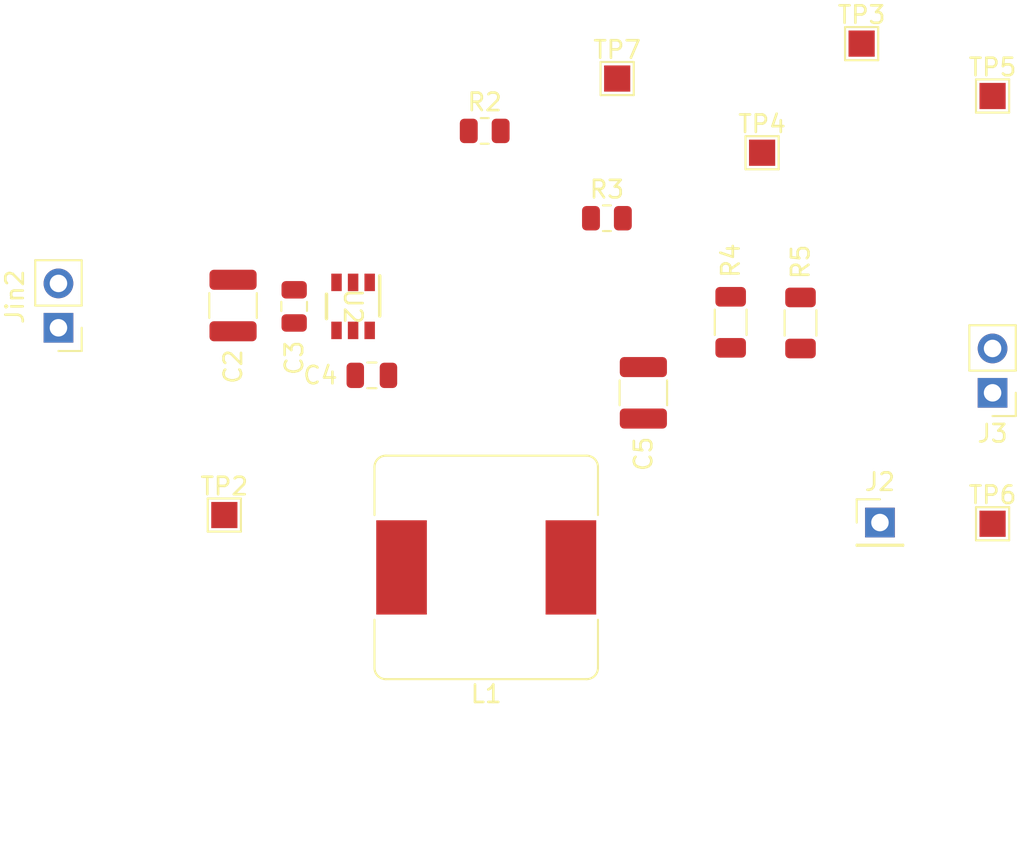
<source format=kicad_pcb>
(kicad_pcb (version 20240108) (generator "pcbnew") (generator_version "8.0")
  (layers (0 "F.Cu" signal) (31 "B.Cu" signal) (34 "B.Paste" user) (35 "F.Paste" user) (36 "B.SilkS" user "B.Silkscreen") (37 "F.SilkS" user "F.Silkscreen") (38 "B.Mask" user) (39 "F.Mask" user) (44 "Edge.Cuts" user))
  (net 0 "")
  (net 1 "Net-(U2-SW)")
  (net 2 "Net-(U2-BOOT)")
  (net 3 "VCC")
  (net 4 "GND")
  (net 5 "Net-(U2-DIM)")
  (net 6 "Net-(U2-FB)")
  (net 7 "Net-(J3-Pin_1)")
  (net 8 "Net-(J2-Pin_1)")
  (net 9 "Net-(J3-Pin_2)")
  (footprint "Connector_PinHeader_2.54mm:PinHeader_1x02_P2.54mm_Vertical" (layer "F.Cu") (at 92 75.275 180)
    (property "Reference" "Jin2" (at 2.5 1.775 90) (layer "F.SilkS"))
    (property "Value" "~")
    (fp_line (start 1.33 1.27) (end 1.33 3.87) (stroke (width 0.12)) (layer "F.SilkS"))
    (fp_line (start -1.33 3.87) (end 1.33 3.87) (stroke (width 0.12)) (layer "F.SilkS"))
    (fp_line (start -1.33 1.27) (end 1.33 1.27) (stroke (width 0.12)) (layer "F.SilkS"))
    (fp_line (start -1.33 1.27) (end -1.33 3.87) (stroke (width 0.12)) (layer "F.SilkS"))
    (fp_line (start -1.33 0) (end -1.33 -1.33) (stroke (width 0.12)) (layer "F.SilkS"))
    (fp_line (start -1.33 -1.33) (end 0 -1.33) (stroke (width 0.12)) (layer "F.SilkS"))
    (pad "1" thru_hole rect (at 0 0 180) (size 1.7 1.7) (drill 1) (layers "*.Cu" "*.Mask") (net 3 "VCC"))
    (pad "2" thru_hole oval (at 0 2.54 180) (size 1.7 1.7) (drill 1) (layers "*.Cu" "*.Mask") (net 4 "GND"))
  )
  (footprint "Connector_PinHeader_2.54mm:PinHeader_1x02_P2.54mm_Vertical" (layer "F.Cu") (at 145.5 79 180)
    (property "Reference" "J3" (at 0 -2.33 360) (layer "F.SilkS"))
    (property "Value" "~")
    (fp_line (start 1.33 1.27) (end 1.33 3.87) (stroke (width 0.12)) (layer "F.SilkS"))
    (fp_line (start -1.33 3.87) (end 1.33 3.87) (stroke (width 0.12)) (layer "F.SilkS"))
    (fp_line (start -1.33 1.27) (end 1.33 1.27) (stroke (width 0.12)) (layer "F.SilkS"))
    (fp_line (start -1.33 1.27) (end -1.33 3.87) (stroke (width 0.12)) (layer "F.SilkS"))
    (fp_line (start -1.33 0) (end -1.33 -1.33) (stroke (width 0.12)) (layer "F.SilkS"))
    (fp_line (start -1.33 -1.33) (end 0 -1.33) (stroke (width 0.12)) (layer "F.SilkS"))
    (pad "1" thru_hole rect (at 0 0 180) (size 1.7 1.7) (drill 1) (layers "*.Cu" "*.Mask") (net 7 "Net-(J3-Pin_1)"))
    (pad "2" thru_hole oval (at 0 2.54 180) (size 1.7 1.7) (drill 1) (layers "*.Cu" "*.Mask") (net 9 "Net-(J3-Pin_2)"))
  )
  (footprint "footprints:DDC0006A_N" (layer "F.Cu") (at 108.875001 74.050002 -90)
    (property "Reference" "U2" (at 0 0 -90) (layer "F.SilkS"))
    (property "Value" "~")
    (fp_line (start -0.700001 1.524) (end 0.700001 1.524) (stroke (width 0.2)) (layer "F.SilkS"))
    (fp_line (start -1.749999 -1.525001) (end 0.549999 -1.525001) (stroke (width 0.2)) (layer "F.SilkS"))
    (pad "1" smd rect (at -1.375001 -0.950001) (size 0.599999 1) (layers "F.Cu" "F.Paste" "F.Mask") (net 6 "Net-(U2-FB)"))
    (pad "2" smd rect (at -1.375001 0) (size 0.599999 1) (layers "F.Cu" "F.Paste" "F.Mask") (net 5 "Net-(U2-DIM)"))
    (pad "3" smd rect (at -1.375001 0.949998) (size 0.599999 1) (layers "F.Cu" "F.Paste" "F.Mask") (net 4 "GND"))
    (pad "4" smd rect (at 1.374999 0.949998) (size 0.599999 1) (layers "F.Cu" "F.Paste" "F.Mask") (net 3 "VCC"))
    (pad "5" smd rect (at 1.374999 0) (size 0.599999 1) (layers "F.Cu" "F.Paste" "F.Mask") (net 1 "Net-(U2-SW)"))
    (pad "6" smd rect (at 1.374999 -0.950001) (size 0.599999 1) (layers "F.Cu" "F.Paste" "F.Mask") (net 2 "Net-(U2-BOOT)"))
  )
  (footprint "Resistor_SMD:R_0805_2012Metric" (layer "F.Cu") (at 123.4125 69)
    (property "Reference" "R3" (at 0 -1.65 0) (layer "F.SilkS"))
    (property "Value" "1k")
    (fp_line (start -0.227064 -0.735) (end 0.227064 -0.735) (stroke (width 0.12)) (layer "F.SilkS"))
    (fp_line (start -0.227064 0.735) (end 0.227064 0.735) (stroke (width 0.12)) (layer "F.SilkS"))
    (pad "1" smd roundrect (at -0.9125 0) (size 1.025 1.4) (layers "F.Cu" "F.Paste" "F.Mask") (roundrect_rratio 0.243902) (net 9 "Net-(J3-Pin_2)"))
    (pad "2" smd roundrect (at 0.9125 0) (size 1.025 1.4) (layers "F.Cu" "F.Paste" "F.Mask") (roundrect_rratio 0.243902) (net 6 "Net-(U2-FB)"))
  )
  (footprint "Resistor_SMD:R_0805_2012Metric" (layer "F.Cu") (at 116.4125 64)
    (property "Reference" "R2" (at 0 -1.65 0) (layer "F.SilkS"))
    (property "Value" "1k")
    (fp_line (start -0.227064 -0.735) (end 0.227064 -0.735) (stroke (width 0.12)) (layer "F.SilkS"))
    (fp_line (start -0.227064 0.735) (end 0.227064 0.735) (stroke (width 0.12)) (layer "F.SilkS"))
    (pad "1" smd roundrect (at -0.9125 0) (size 1.025 1.4) (layers "F.Cu" "F.Paste" "F.Mask") (roundrect_rratio 0.243902) (net 5 "Net-(U2-DIM)"))
    (pad "2" smd roundrect (at 0.9125 0) (size 1.025 1.4) (layers "F.Cu" "F.Paste" "F.Mask") (roundrect_rratio 0.243902) (net 8 "Net-(J2-Pin_1)"))
  )
  (footprint "TestPoint:TestPoint_Pad_1.5x1.5mm" (layer "F.Cu") (at 145.5 86.5)
    (property "Reference" "TP6" (at 0 -1.648 0) (layer "F.SilkS"))
    (property "Value" "~")
    (fp_line (start -0.95 -0.95) (end 0.95 -0.95) (stroke (width 0.12)) (layer "F.SilkS"))
    (fp_line (start -0.95 0.95) (end -0.95 -0.95) (stroke (width 0.12)) (layer "F.SilkS"))
    (fp_line (start 0.95 -0.95) (end 0.95 0.95) (stroke (width 0.12)) (layer "F.SilkS"))
    (fp_line (start 0.95 0.95) (end -0.95 0.95) (stroke (width 0.12)) (layer "F.SilkS"))
    (pad "1" smd rect (at 0 0) (size 1.5 1.5) (layers "F.Cu" "F.Mask") (net 9 "Net-(J3-Pin_2)"))
  )
  (footprint "Resistor_SMD:R_1206_3216Metric" (layer "F.Cu") (at 130.5 74.9625 90)
    (property "Reference" "R4" (at 3.5375 0 90) (layer "F.SilkS"))
    (property "Value" "0.1")
    (fp_line (start -0.727064 -0.91) (end 0.727064 -0.91) (stroke (width 0.12)) (layer "F.SilkS"))
    (fp_line (start -0.727064 0.91) (end 0.727064 0.91) (stroke (width 0.12)) (layer "F.SilkS"))
    (pad "1" smd roundrect (at -1.4625 0 90) (size 1.125 1.75) (layers "F.Cu" "F.Paste" "F.Mask") (roundrect_rratio 0.222222) (net 4 "GND"))
    (pad "2" smd roundrect (at 1.4625 0 90) (size 1.125 1.75) (layers "F.Cu" "F.Paste" "F.Mask") (roundrect_rratio 0.222222) (net 9 "Net-(J3-Pin_2)"))
  )
  (footprint "Capacitor_SMD:C_1210_3225Metric" (layer "F.Cu") (at 102 74 90)
    (property "Reference" "C2" (at -3.5 0 -90) (layer "F.SilkS"))
    (property "Value" "10uF")
    (fp_line (start -0.711252 -1.36) (end 0.711252 -1.36) (stroke (width 0.12)) (layer "F.SilkS"))
    (fp_line (start -0.711252 1.36) (end 0.711252 1.36) (stroke (width 0.12)) (layer "F.SilkS"))
    (pad "1" smd roundrect (at -1.475 0 90) (size 1.15 2.7) (layers "F.Cu" "F.Paste" "F.Mask") (roundrect_rratio 0.217391) (net 3 "VCC"))
    (pad "2" smd roundrect (at 1.475 0 90) (size 1.15 2.7) (layers "F.Cu" "F.Paste" "F.Mask") (roundrect_rratio 0.217391) (net 4 "GND"))
  )
  (footprint "Connector_PinHeader_2.54mm:PinHeader_1x01_P2.54mm_Vertical" (layer "F.Cu") (at 139.05 86.43)
    (property "Reference" "J2" (at 0 -2.33 0) (layer "F.SilkS"))
    (property "Value" "~")
    (fp_line (start -1.33 -1.33) (end 0 -1.33) (stroke (width 0.12)) (layer "F.SilkS"))
    (fp_line (start -1.33 0) (end -1.33 -1.33) (stroke (width 0.12)) (layer "F.SilkS"))
    (fp_line (start -1.33 1.27) (end -1.33 1.33) (stroke (width 0.12)) (layer "F.SilkS"))
    (fp_line (start -1.33 1.27) (end 1.33 1.27) (stroke (width 0.12)) (layer "F.SilkS"))
    (fp_line (start -1.33 1.33) (end 1.33 1.33) (stroke (width 0.12)) (layer "F.SilkS"))
    (fp_line (start 1.33 1.27) (end 1.33 1.33) (stroke (width 0.12)) (layer "F.SilkS"))
    (pad "1" thru_hole rect (at 0 0) (size 1.7 1.7) (drill 1) (layers "*.Cu" "*.Mask") (net 8 "Net-(J2-Pin_1)"))
  )
  (footprint "Inductor_SMD:L_Bourns_SRR1260" (layer "F.Cu") (at 116.5 89 180)
    (property "Reference" "L1" (at 0 -7.25 0) (layer "F.SilkS"))
    (property "Value" "~")
    (fp_line (start 6.4 3) (end 6.4 5.75) (stroke (width 0.12)) (layer "F.SilkS"))
    (fp_line (start 6.4 -5.75) (end 6.4 -3) (stroke (width 0.12)) (layer "F.SilkS"))
    (fp_line (start 5.75 6.4) (end -5.75 6.4) (stroke (width 0.12)) (layer "F.SilkS"))
    (fp_line (start -5.75 -6.4) (end 5.75 -6.4) (stroke (width 0.12)) (layer "F.SilkS"))
    (fp_line (start -6.4 3) (end -6.4 5.75) (stroke (width 0.12)) (layer "F.SilkS"))
    (fp_line (start -6.4 -5.75) (end -6.4 -3) (stroke (width 0.12)) (layer "F.SilkS"))
    (fp_arc (start 6.4 5.75) (mid 6.209619 6.209619) (end 5.75 6.4) (stroke (width 0.12)) (layer "F.SilkS"))
    (fp_arc (start 5.75 -6.4) (mid 6.209619 -6.209619) (end 6.4 -5.75) (stroke (width 0.12)) (layer "F.SilkS"))
    (fp_arc (start -5.75 6.4) (mid -6.209619 6.209619) (end -6.4 5.75) (stroke (width 0.12)) (layer "F.SilkS"))
    (fp_arc (start -6.4 -5.75) (mid -6.209619 -6.209619) (end -5.75 -6.4) (stroke (width 0.12)) (layer "F.SilkS"))
    (pad "1" smd rect (at -4.85 0 180) (size 2.9 5.4) (layers "F.Cu" "F.Paste" "F.Mask") (net 7 "Net-(J3-Pin_1)"))
    (pad "2" smd rect (at 4.85 0 180) (size 2.9 5.4) (layers "F.Cu" "F.Paste" "F.Mask") (net 1 "Net-(U2-SW)"))
  )
  (footprint "TestPoint:TestPoint_Pad_1.5x1.5mm" (layer "F.Cu") (at 132.3 65.25)
    (property "Reference" "TP4" (at 0 -1.648 0) (layer "F.SilkS"))
    (property "Value" "~")
    (fp_line (start -0.95 -0.95) (end 0.95 -0.95) (stroke (width 0.12)) (layer "F.SilkS"))
    (fp_line (start -0.95 0.95) (end -0.95 -0.95) (stroke (width 0.12)) (layer "F.SilkS"))
    (fp_line (start 0.95 -0.95) (end 0.95 0.95) (stroke (width 0.12)) (layer "F.SilkS"))
    (fp_line (start 0.95 0.95) (end -0.95 0.95) (stroke (width 0.12)) (layer "F.SilkS"))
    (pad "1" smd rect (at 0 0) (size 1.5 1.5) (layers "F.Cu" "F.Mask") (net 8 "Net-(J2-Pin_1)"))
  )
  (footprint "TestPoint:TestPoint_Pad_1.5x1.5mm" (layer "F.Cu") (at 138 59)
    (property "Reference" "TP3" (at 0 -1.648 0) (layer "F.SilkS"))
    (property "Value" "~")
    (fp_line (start -0.95 -0.95) (end 0.95 -0.95) (stroke (width 0.12)) (layer "F.SilkS"))
    (fp_line (start -0.95 0.95) (end -0.95 -0.95) (stroke (width 0.12)) (layer "F.SilkS"))
    (fp_line (start 0.95 -0.95) (end 0.95 0.95) (stroke (width 0.12)) (layer "F.SilkS"))
    (fp_line (start 0.95 0.95) (end -0.95 0.95) (stroke (width 0.12)) (layer "F.SilkS"))
    (pad "1" smd rect (at 0 0) (size 1.5 1.5) (layers "F.Cu" "F.Mask") (net 4 "GND"))
  )
  (footprint "TestPoint:TestPoint_Pad_1.5x1.5mm" (layer "F.Cu") (at 145.5 62)
    (property "Reference" "TP5" (at 0 -1.648 0) (layer "F.SilkS"))
    (property "Value" "~")
    (fp_line (start -0.95 -0.95) (end 0.95 -0.95) (stroke (width 0.12)) (layer "F.SilkS"))
    (fp_line (start -0.95 0.95) (end -0.95 -0.95) (stroke (width 0.12)) (layer "F.SilkS"))
    (fp_line (start 0.95 -0.95) (end 0.95 0.95) (stroke (width 0.12)) (layer "F.SilkS"))
    (fp_line (start 0.95 0.95) (end -0.95 0.95) (stroke (width 0.12)) (layer "F.SilkS"))
    (pad "1" smd rect (at 0 0) (size 1.5 1.5) (layers "F.Cu" "F.Mask") (net 7 "Net-(J3-Pin_1)"))
  )
  (footprint "TestPoint:TestPoint_Pad_1.5x1.5mm" (layer "F.Cu") (at 101.5 86)
    (property "Reference" "TP2" (at 0 -1.648 0) (layer "F.SilkS"))
    (property "Value" "~")
    (fp_line (start -0.95 -0.95) (end 0.95 -0.95) (stroke (width 0.12)) (layer "F.SilkS"))
    (fp_line (start -0.95 0.95) (end -0.95 -0.95) (stroke (width 0.12)) (layer "F.SilkS"))
    (fp_line (start 0.95 -0.95) (end 0.95 0.95) (stroke (width 0.12)) (layer "F.SilkS"))
    (fp_line (start 0.95 0.95) (end -0.95 0.95) (stroke (width 0.12)) (layer "F.SilkS"))
    (pad "1" smd rect (at 0 0) (size 1.5 1.5) (layers "F.Cu" "F.Mask") (net 3 "VCC"))
  )
  (footprint "Capacitor_SMD:C_0805_2012Metric" (layer "F.Cu") (at 109.95 78 180)
    (property "Reference" "C4" (at 2.95 0 0) (layer "F.SilkS"))
    (property "Value" "0.1uF")
    (fp_line (start -0.261252 0.735) (end 0.261252 0.735) (stroke (width 0.12)) (layer "F.SilkS"))
    (fp_line (start -0.261252 -0.735) (end 0.261252 -0.735) (stroke (width 0.12)) (layer "F.SilkS"))
    (pad "1" smd roundrect (at -0.95 0 180) (size 1 1.45) (layers "F.Cu" "F.Paste" "F.Mask") (net 2 "Net-(U2-BOOT)"))
    (pad "2" smd roundrect (at 0.95 0 180) (size 1 1.45) (layers "F.Cu" "F.Paste" "F.Mask") (net 1 "Net-(U2-SW)"))
  )
  (footprint "Capacitor_SMD:C_0805_2012Metric" (layer "F.Cu") (at 105.5 74.05 90)
    (property "Reference" "C3" (at -2.95 0 -90) (layer "F.SilkS"))
    (property "Value" "0.1uF")
    (fp_line (start -0.261252 -0.735) (end 0.261252 -0.735) (stroke (width 0.12)) (layer "F.SilkS"))
    (fp_line (start -0.261252 0.735) (end 0.261252 0.735) (stroke (width 0.12)) (layer "F.SilkS"))
    (pad "1" smd roundrect (at -0.95 0 90) (size 1 1.45) (layers "F.Cu" "F.Paste" "F.Mask") (net 3 "VCC"))
    (pad "2" smd roundrect (at 0.95 0 90) (size 1 1.45) (layers "F.Cu" "F.Paste" "F.Mask") (net 4 "GND"))
  )
  (footprint "Resistor_SMD:R_1206_3216Metric" (layer "F.Cu") (at 134.5 75 90)
    (property "Reference" "R5" (at 3.5 0 90) (layer "F.SilkS"))
    (property "Value" "0.1")
    (fp_line (start -0.727064 -0.91) (end 0.727064 -0.91) (stroke (width 0.12)) (layer "F.SilkS"))
    (fp_line (start -0.727064 0.91) (end 0.727064 0.91) (stroke (width 0.12)) (layer "F.SilkS"))
    (pad "1" smd roundrect (at -1.4625 0 90) (size 1.125 1.75) (layers "F.Cu" "F.Paste" "F.Mask") (roundrect_rratio 0.222222) (net 4 "GND"))
    (pad "2" smd roundrect (at 1.4625 0 90) (size 1.125 1.75) (layers "F.Cu" "F.Paste" "F.Mask") (roundrect_rratio 0.222222) (net 9 "Net-(J3-Pin_2)"))
  )
  (footprint "Capacitor_SMD:C_1210_3225Metric" (layer "F.Cu") (at 125.5 79 90)
    (property "Reference" "C5" (at -3.5 0 90) (layer "F.SilkS"))
    (property "Value" "10uF")
    (fp_line (start -0.711252 -1.36) (end 0.711252 -1.36) (stroke (width 0.12)) (layer "F.SilkS"))
    (fp_line (start -0.711252 1.36) (end 0.711252 1.36) (stroke (width 0.12)) (layer "F.SilkS"))
    (pad "1" smd roundrect (at -1.475 0 90) (size 1.15 2.7) (layers "F.Cu" "F.Paste" "F.Mask") (roundrect_rratio 0.217391) (net 7 "Net-(J3-Pin_1)"))
    (pad "2" smd roundrect (at 1.475 0 90) (size 1.15 2.7) (layers "F.Cu" "F.Paste" "F.Mask") (roundrect_rratio 0.217391) (net 4 "GND"))
  )
  (footprint "TestPoint:TestPoint_Pad_1.5x1.5mm" (layer "F.Cu") (at 124 61)
    (property "Reference" "TP7" (at 0 -1.648 0) (layer "F.SilkS"))
    (property "Value" "TestPoint")
    (fp_line (start -0.95 -0.95) (end 0.95 -0.95) (stroke (width 0.12)) (layer "F.SilkS"))
    (fp_line (start -0.95 0.95) (end -0.95 -0.95) (stroke (width 0.12)) (layer "F.SilkS"))
    (fp_line (start 0.95 -0.95) (end 0.95 0.95) (stroke (width 0.12)) (layer "F.SilkS"))
    (fp_line (start 0.95 0.95) (end -0.95 0.95) (stroke (width 0.12)) (layer "F.SilkS"))
    (pad "1" smd rect (at 0 0) (size 1.5 1.5) (layers "F.Cu" "F.Mask") (net 9 "Net-(J3-Pin_2)"))
  )
)
</source>
